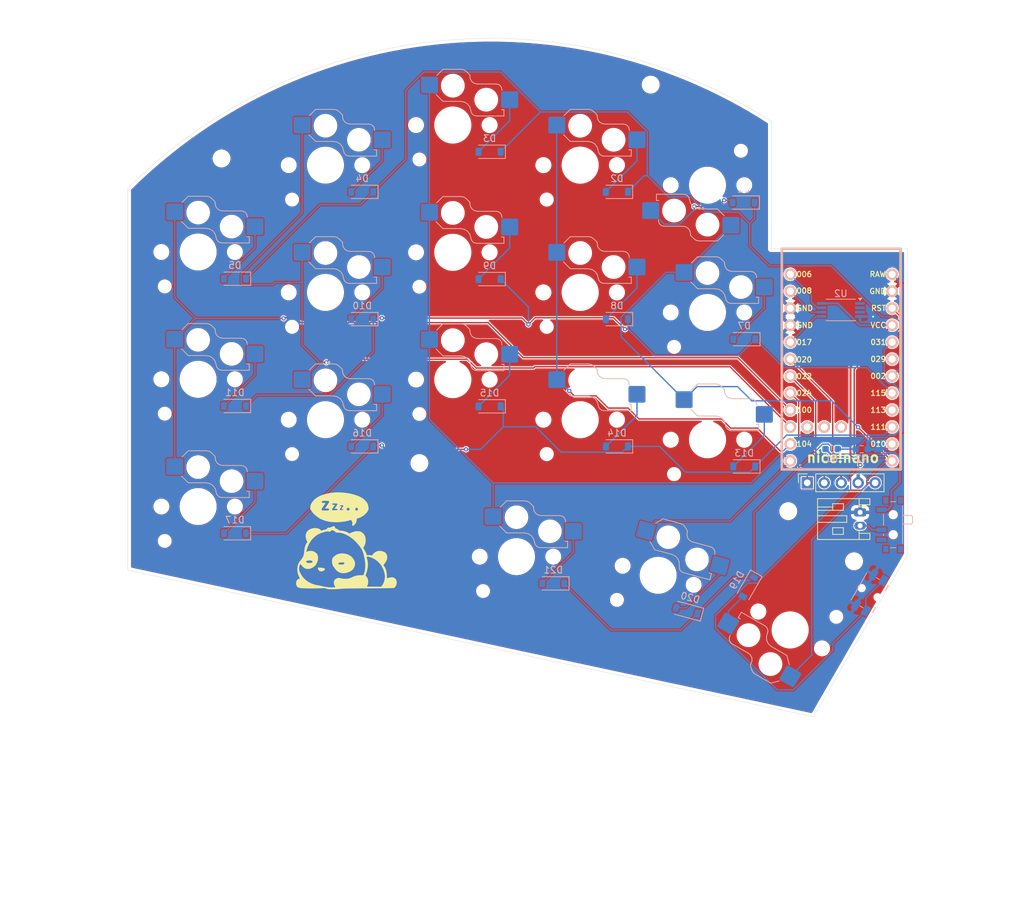
<source format=kicad_pcb>
(kicad_pcb (version 20240108) (generator "pcbnew") (generator_version "8.0")
  (layers (0 "F.Cu" signal) (31 "B.Cu" signal) (34 "B.Paste" user) (35 "F.Paste" user) (36 "B.SilkS" user "B.Silkscreen") (37 "F.SilkS" user "F.Silkscreen") (38 "B.Mask" user) (39 "F.Mask" user) (44 "Edge.Cuts" user))
  (net 0 "")
  (net 1 "Net-(D1-A)")
  (net 2 "/ROW0")
  (net 3 "Net-(D2-A)")
  (net 4 "Net-(D3-A)")
  (net 5 "Net-(D4-A)")
  (net 6 "Net-(D5-A)")
  (net 7 "Net-(D7-A)")
  (net 8 "/ROW1")
  (net 9 "Net-(D8-A)")
  (net 10 "Net-(D9-A)")
  (net 11 "Net-(D10-A)")
  (net 12 "Net-(D11-A)")
  (net 13 "/ROW2")
  (net 14 "Net-(D13-A)")
  (net 15 "Net-(D14-A)")
  (net 16 "Net-(D15-A)")
  (net 17 "Net-(D16-A)")
  (net 18 "Net-(D17-A)")
  (net 19 "/ROW3")
  (net 20 "Net-(D19-A)")
  (net 21 "Net-(D20-A)")
  (net 22 "Net-(D21-A)")
  (net 23 "GND")
  (net 24 "+BATT")
  (net 25 "/SCK")
  (net 26 "/CS")
  (net 27 "/MOSI")
  (net 28 "+3.3V")
  (net 29 "/BAT_SENSE")
  (net 30 "/BAT")
  (net 31 "/COL0")
  (net 32 "/COL1")
  (net 33 "/COL2")
  (net 34 "/COL3")
  (net 35 "/COL4")
  (net 37 "/RST")
  (net 39 "/SCL")
  (net 41 "/SDA")
  (net 45 "/WC")
  (footprint "pictures:panda" (layer "F.Cu") (at 190.36 153.19)
    (property "Reference" "G***" (hide yes))
    (property "Value" "LOGO" (hide yes))
  )
  (footprint "PCM_Switch_Keyboard_Hotswap_Kailh:SW_Hotswap_Kailh_Choc_V1V2_1.1" (layer "F.Cu") (at 168.31 129.14)
    (property "Reference" "SW11" (hide yes))
    (property "Value" "SW_Push")
  )
  (footprint "PCM_Switch_Keyboard_Hotswap_Kailh:SW_Hotswap_Kailh_Choc_V1V2_1.1" (layer "F.Cu") (at 187.36 135.19)
    (property "Reference" "SW16" (hide yes))
    (property "Value" "SW_Push")
  )
  (footprint "PCM_Switch_Keyboard_Hotswap_Kailh:SW_Hotswap_Kailh_Choc_V1V2_1.1" (layer "F.Cu") (at 206.41 110.14)
    (property "Reference" "SW9" (hide yes))
    (property "Value" "SW_Push")
  )
  (footprint "Connector_JST:JST_PH_S2B-PH-K_1x02_P2.00mm_Horizontal" (layer "F.Cu") (at 267.3389 149.0606 -90)
    (property "Reference" "J1" (hide yes))
    (property "Value" "Conn_01x02")
  )
  (footprint "Connector_PinSocket_2.54mm:PinSocket_1x05_P2.54mm_Vertical" (layer "F.Cu") (at 259.43 144.635 90)
    (property "Reference" "J2" (hide yes))
    (property "Value" "Conn_01x05")
  )
  (footprint "PCM_Switch_Keyboard_Hotswap_Kailh:SW_Hotswap_Kailh_Choc_V1V2_1.1" (layer "F.Cu") (at 225.46 116.14)
    (property "Reference" "SW8" (hide yes))
    (property "Value" "SW_Push")
  )
  (footprint "PCM_Switch_Keyboard_Hotswap_Kailh:SW_Hotswap_Kailh_Choc_V1V2_1.1" (layer "F.Cu") (at 187.36 116.14)
    (property "Reference" "SW10" (hide yes))
    (property "Value" "SW_Push")
  )
  (footprint "PCM_Switch_Keyboard_Hotswap_Kailh:SW_Hotswap_Kailh_Choc_V1V2_1.1" (layer "F.Cu") (at 256.8725 166.6592 150)
    (property "Reference" "SW19" (hide yes))
    (property "Value" "SW_Push")
  )
  (footprint "PCM_Switch_Keyboard_Hotswap_Kailh:SW_Hotswap_Kailh_Choc_V1V2_1.1" (layer "F.Cu") (at 244.51 138.19)
    (property "Reference" "SW13" (hide yes))
    (property "Value" "SW_Push")
  )
  (footprint "MountingHole:MountingHole_2.2mm_M2" (layer "F.Cu") (at 256.59 148.885)
    (property "Reference" "H2" (hide yes))
    (property "Value" "MountingHole")
  )
  (footprint "PCM_Switch_Keyboard_Hotswap_Kailh:SW_Hotswap_Kailh_Choc_V1V2_1.1" (layer "F.Cu") (at 244.51 119.14)
    (property "Reference" "SW7" (hide yes))
    (property "Value" "SW_Push")
  )
  (footprint "PCM_Switch_Keyboard_Hotswap_Kailh:SW_Hotswap_Kailh_Choc_V1V2_1.1" (layer "F.Cu") (at 206.41 91.09)
    (property "Reference" "SW3" (hide yes))
    (property "Value" "SW_Push")
  )
  (footprint "MountingHole:MountingHole_2.2mm_M2" (layer "F.Cu") (at 266.43 156.385)
    (property "Reference" "H1" (hide yes))
    (property "Value" "MountingHole")
  )
  (footprint "PCM_Switch_Keyboard_Hotswap_Kailh:SW_Hotswap_Kailh_Choc_V1V2_1.1" (layer "F.Cu") (at 225.46 135.19)
    (property "Reference" "SW14" (hide yes))
    (property "Value" "SW_Push")
  )
  (footprint "MountingHole:MountingHole_2.2mm_M2" (layer "F.Cu") (at 236.01 85.04)
    (property "Reference" "H3" (hide yes))
    (property "Value" "MountingHole")
  )
  (footprint "PCM_Switch_Keyboard_Hotswap_Kailh:SW_Hotswap_Kailh_Choc_V1V2_1.1" (layer "F.Cu") (at 206.41 129.19)
    (property "Reference" "SW15" (hide yes))
    (property "Value" "SW_Push")
  )
  (footprint "MountingHole:MountingHole_2.2mm_M2" (layer "F.Cu") (at 201.41 141.69)
    (property "Reference" "H5" (hide yes))
    (property "Value" "MountingHole")
  )
  (footprint "MountingHole:MountingHole_2.2mm_M2" (layer "F.Cu") (at 171.81 96.09)
    (property "Reference" "H4" (hide yes))
    (property "Value" "MountingHole")
  )
  (footprint "PCM_Switch_Keyboard_Hotswap_Kailh:SW_Hotswap_Kailh_Choc_V1V2_1.1" (layer "F.Cu") (at 237.1258 158.4798 -15)
    (property "Reference" "SW20" (hide yes))
    (property "Value" "SW_Push")
  )
  (footprint "PCM_Switch_Keyboard_Hotswap_Kailh:SW_Hotswap_Kailh_Choc_V1V2_1.1" (layer "F.Cu") (at 168.31 110.09)
    (property "Reference" "SW5" (hide yes))
    (property "Value" "SW_Push")
  )
  (footprint "PCM_Switch_Keyboard_Hotswap_Kailh:SW_Hotswap_Kailh_Choc_V1V2_1.1" (layer "F.Cu") (at 187.36 97.09)
    (property "Reference" "SW4" (hide yes))
    (property "Value" "SW_Push")
  )
  (footprint "PCM_Switch_Keyboard_Hotswap_Kailh:SW_Hotswap_Kailh_Choc_V1V2_1.1" (layer "F.Cu") (at 215.935 155.69)
    (property "Reference" "SW21" (hide yes))
    (property "Value" "SW_Push")
  )
  (footprint "controller:nice_nano" (layer "F.Cu") (at 264.51 127.395 -90)
    (property "Reference" "U1" (hide yes))
    (property "Value" "nice_nano" (hide yes))
  )
  (footprint "PCM_Switch_Keyboard_Hotswap_Kailh:SW_Hotswap_Kailh_Choc_V1V2_1.1" (layer "F.Cu") (at 244.51 100.09 180)
    (property "Reference" "SW1" (hide yes))
    (property "Value" "SW_Push")
  )
  (footprint "PCM_Switch_Keyboard_Hotswap_Kailh:SW_Hotswap_Kailh_Choc_V1V2_1.1" (layer "F.Cu") (at 225.46 97.09)
    (property "Reference" "SW2" (hide yes))
    (property "Value" "SW_Push")
  )
  (footprint "PCM_Switch_Keyboard_Hotswap_Kailh:SW_Hotswap_Kailh_Choc_V1V2_1.1" (layer "F.Cu") (at 168.31 148.19)
    (property "Reference" "SW17" (hide yes))
    (property "Value" "SW_Push")
  )
  (footprint "Diode_SMD:D_SOD-123" (layer "B.Cu") (at 241.4031 163.767 165)
    (property "Reference" "D20")
    (property "Value" "D_Small")
  )
  (footprint "Diode_SMD:D_SOD-123" (layer "B.Cu") (at 250.01 142.19 180)
    (property "Reference" "D13")
    (property "Value" "D_Small")
  )
  (footprint "Diode_SMD:D_SOD-123" (layer "B.Cu") (at 211.91 95.09 180)
    (property "Reference" "D3")
    (property "Value" "D_Small")
  )
  (footprint "Resistor_SMD:R_0603_1608Metric_Pad0.98x0.95mm_HandSolder" (layer "B.Cu") (at 267.5889 139.6106)
    (property "Reference" "R2")
    (property "Value" "100K")
  )
  (footprint "Diode_SMD:D_SOD-123" (layer "B.Cu") (at 192.86 101.09 180)
    (property "Reference" "D4")
    (property "Value" "D_Small")
  )
  (footprint "Button_Switch_SMD:Panasonic_EVQPUL_EVQPUC" (layer "B.Cu") (at 268.7703 161.0889 60)
    (property "Reference" "SW23" (hide yes))
    (property "Value" "SW_Push")
  )
  (footprint "Diode_SMD:D_SOD-123" (layer "B.Cu") (at 250.01 123.14 180)
    (property "Reference" "D7")
    (property "Value" "D_Small")
  )
  (footprint "Diode_SMD:D_SOD-123" (layer "B.Cu") (at 192.86 120.14 180)
    (property "Reference" "D10")
    (property "Value" "D_Small")
  )
  (footprint "Button_Switch_SMD:SW_SPDT_PCM12" (layer "B.Cu") (at 271.9639 150.9106 -90)
    (property "Reference" "SW22" (hide yes))
    (property "Value" "SW_SPDT")
  )
  (footprint "Diode_SMD:D_SOD-123" (layer "B.Cu") (at 221.435 159.69 180)
    (property "Reference" "D21")
    (property "Value" "D_Small")
  )
  (footprint "Diode_SMD:D_SOD-123" (layer "B.Cu") (at 173.81 133.14 180)
    (property "Reference" "D11")
    (property "Value" "D_Small")
  )
  (footprint "Diode_SMD:D_SOD-123" (layer "B.Cu") (at 173.81 152.19 180)
    (property "Reference" "D17")
    (property "Value" "D_Small")
  )
  (footprint "Diode_SMD:D_SOD-123" (layer "B.Cu") (at 192.86 139.19 180)
    (property "Reference" "D16")
    (property "Value" "D_Small")
  )
  (footprint "Diode_SMD:D_SOD-123" (layer "B.Cu") (at 230.96 101.09 180)
    (property "Reference" "D2")
    (property "Value" "D_Small")
  )
  (footprint "Diode_SMD:D_SOD-123" (layer "B.Cu") (at 249.908892 102.680562 180)
    (property "Reference" "D1")
    (property "Value" "D_Small")
  )
  (footprint "Package_SO:TSSOP-8_4.4x3mm_P0.65mm" (layer "B.Cu") (at 264.4489 118.7606 180)
    (property "Reference" "U2")
    (property "Value" "24LC256")
  )
  (footprint "Resistor_SMD:R_0603_1608Metric_Pad0.98x0.95mm_HandSolder" (layer "B.Cu") (at 263.0789 139.5906)
    (property "Reference" "R1")
    (property "Value" "1M")
  )
  (footprint "Diode_SMD:D_SOD-123" (layer "B.Cu") (at 230.96 120.14 180)
    (property "Reference" "D8")
    (property "Value" "D_Small")
  )
  (footprint "Diode_SMD:D_SOD-123" (layer "B.Cu") (at 250.6389 160.2206 -120)
    (property "Reference" "D19")
    (property "Value" "D_Small")
  )
  (footprint "Diode_SMD:D_SOD-123" (layer "B.Cu") (at 211.91 133.19 180)
    (property "Reference" "D15")
    (property "Value" "D_Small")
  )
  (footprint "Diode_SMD:D_SOD-123" (layer "B.Cu") (at 211.91 114.14 180)
    (property "Reference" "D9")
    (property "Value" "D_Small")
  )
  (footprint "Diode_SMD:D_SOD-123" (layer "B.Cu") (at 173.81 114.09 180)
    (property "Reference" "D5")
    (property "Value" "D_Small")
  )
  (footprint "Diode_SMD:D_SOD-123" (layer "B.Cu") (at 230.96 139.19 180)
    (property "Reference" "D14")
    (property "Value" "D_Small")
  )
  (gr_arc (start 157.785 100.565) (mid 204.144407 78.521274) (end 254.045 90.565) (stroke (width 0.05)) (layer "Edge.Cuts"))
  (gr_line (start 157.785 100.565) (end 157.785 157.715) (stroke (width 0.05)) (layer "Edge.Cuts"))
  (gr_line (start 274.41 109.615) (end 274.41 155.340562) (stroke (width 0.05)) (layer "Edge.Cuts"))
  (gr_line (start 254.045 109.615) (end 274.41 109.615) (stroke (width 0.05)) (layer "Edge.Cuts"))
  (gr_line (start 157.785 157.715) (end 260.358892 179.670562) (stroke (width 0.05)) (layer "Edge.Cuts"))
  (gr_line (start 254.045 109.615) (end 254.045 90.565) (stroke (width 0.05)) (layer "Edge.Cuts"))
  (gr_line (start 260.358892 179.670562) (end 274.41 155.343563) (stroke (width 0.05)) (layer "Edge.Cuts"))
  (segment (start 246.9875 102.3454) (end 246.0581 103.2748) (width 0.2) (layer "F.Cu") (net 1))
  (segment (start 246.0581 103.2748) (end 242.5481 103.2748) (width 0.2) (layer "F.Cu") (net 1))
  (via (at 246.9875 102.3454) (size 0.65) (drill 0.3) (layers "F.Cu" "B.Cu") (net 1))
  (via (at 242.5481 103.2748) (size 0.65) (drill 0.3) (layers "F.Cu" "B.Cu") (net 1))
  (segment (start 246.9875 102.3454) (end 247.92373 102.3454) (width 0.2) (layer "B.Cu") (net 1))
  (segment (start 242.5481 103.739) (end 242.5481 103.2748) (width 0.2) (layer "B.Cu") (net 1))
  (segment (start 236.01 103.89) (end 238.0506 105.9306) (width 0.2) (layer "B.Cu") (net 1))
  (segment (start 240.3565 105.9306) (end 242.5481 103.739) (width 0.2) (layer "B.Cu") (net 1))
  (segment (start 238.0506 105.9306) (end 240.3565 105.9306) (width 0.2) (layer "B.Cu") (net 1))
  (segment (start 247.92373 102.3454) (end 248.258892 102.680562) (width 0.2) (layer "B.Cu") (net 1))
  (segment (start 250.818892 105.820562) (end 250.818892 109.210562) (width 0.2) (layer "B.Cu") (net 2))
  (segment (start 241.9479 101.8264) (end 244.232062 104.110562) (width 0.2) (layer "B.Cu") (net 2))
  (segment (start 244.232062 104.110562) (end 244.868892 104.110562) (width 0.2) (layer "B.Cu") (net 2))
  (segment (start 235.5073 98.6815) (end 238.6522 101.8264) (width 0.2) (layer "B.Cu") (net 2))
  (segment (start 232.61 101.09) (end 235.0185 98.6815) (width 0.2) (layer "B.Cu") (net 2))
  (segment (start 273.2913 127.5037) (end 272.13 128.665) (width 0.2) (layer "B.Cu") (net 2))
  (segment (start 175.46 114.09) (end 186.5481 103.0019) (width 0.2) (layer "B.Cu") (net 2))
  (segment (start 251.558892 105.080562) (end 250.818892 105.820562) (width 0.2) (layer "B.Cu") (net 2))
  (segment (start 249.11333 104.115) (end 250.818892 105.820562) (width 0.2) (layer "B.Cu") (net 2))
  (segment (start 238.6522 101.8264) (end 241.9479 101.8264) (width 0.2) (layer "B.Cu") (net 2))
  (segment (start 262.988 112.1646) (end 270.5984 119.775) (width 0.2) (layer "B.Cu") (net 2))
  (segment (start 202.0779 83.1511) (end 213.5391 83.1511) (width 0.2) (layer "B.Cu") (net 2))
  (segment (start 232.5379 89.131) (end 219.519 89.131) (width 0.2) (layer "B.Cu") (net 2))
  (segment (start 186.5481 103.0019) (end 192.5981 103.0019) (width 0.2) (layer "B.Cu") (net 2))
  (segment (start 219.519 89.131) (end 213.56 95.09) (width 0.2) (layer "B.Cu") (net 2))
  (segment (start 244.87333 104.115) (end 249.11333 104.115) (width 0.2) (layer "B.Cu") (net 2))
  (segment (start 235.5073 98.6815) (end 235.5073 92.1004) (width 0.2) (layer "B.Cu") (net 2))
  (segment (start 253.77293 112.1646) (end 262.988 112.1646) (width 0.2) (layer "B.Cu") (net 2))
  (segment (start 250.818892 109.210562) (end 253.77293 112.1646) (width 0.2) (layer "B.Cu") (net 2))
  (segment (start 235.0185 98.6815) (end 235.5073 98.6815) (width 0.2) (layer "B.Cu") (net 2))
  (segment (start 272.5089 119.775) (end 273.2913 120.5574) (width 0.2) (layer "B.Cu") (net 2))
  (segment (start 235.5073 92.1004) (end 232.5379 89.131) (width 0.2) (layer "B.Cu") (net 2))
  (segment (start 270.5984 119.775) (end 272.5089 119.775) (width 0.2) (layer "B.Cu") (net 2))
  (segment (start 213.5391 83.1511) (end 219.519 89.131) (width 0.2) (layer "B.Cu") (net 2))
  (segment (start 194.51 101.09) (end 199.371 96.229) (width 0.2) (layer "B.Cu") (net 2))
  (segment (start 192.5981 103.0019) (end 194.51 101.09) (width 0.2) (layer "B.Cu") (net 2))
  (segment (start 199.371 85.858) (end 202.0779 83.1511) (width 0.2) (layer "B.Cu") (net 2))
  (segment (start 244.868892 104.110562) (end 244.87333 104.115) (width 0.2) (layer "B.Cu") (net 2))
  (segment (start 251.558892 102.680562) (end 251.558892 105.080562) (width 0.2) (layer "B.Cu") (net 2))
  (segment (start 273.2913 120.5574) (end 273.2913 127.5037) (width 0.2) (layer "B.Cu") (net 2))
  (segment (start 199.371 96.229) (end 199.371 85.858) (width 0.2) (layer "B.Cu") (net 2))
  (segment (start 233.96 96.44) (end 229.31 101.09) (width 0.2) (layer "B.Cu") (net 3))
  (segment (start 233.96 93.29) (end 233.96 96.44) (width 0.2) (layer "B.Cu") (net 3))
  (segment (start 214.91 90.44) (end 210.26 95.09) (width 0.2) (layer "B.Cu") (net 4))
  (segment (start 214.91 87.29) (end 214.91 90.44) (width 0.2) (layer "B.Cu") (net 4))
  (segment (start 195.86 96.44) (end 191.21 101.09) (width 0.2) (layer "B.Cu") (net 5))
  (segment (start 195.86 93.29) (end 195.86 96.44) (width 0.2) (layer "B.Cu") (net 5))
  (segment (start 176.81 109.44) (end 172.16 114.09) (width 0.2) (layer "B.Cu") (net 6))
  (segment (start 176.81 106.29) (end 176.81 109.44) (width 0.2) (layer "B.Cu") (net 6))
  (segment (start 253.01 118.49) (end 253.01 115.34) (width 0.2) (layer "B.Cu") (net 7))
  (segment (start 248.36 123.14) (end 253.01 118.49) (width 0.2) (layer "B.Cu") (net 7))
  (segment (start 216.7617 119.9778) (end 195.7942 119.9778) (width 0.2) (layer "F.Cu") (net 8))
  (segment (start 230.4595 119.9321) (end 218.7264 119.9321) (width 0.2) (layer "F.Cu") (net 8))
  (segment (start 232.1615 121.6341) (end 230.4595 119.9321) (width 0.2) (layer "F.Cu") (net 8))
  (segment (start 218.7264 119.9321) (end 217.7212 120.9373) (width 0.2) (layer "F.Cu") (net 8))
  (segment (start 217.7212 120.9373) (end 216.7617 119.9778) (width 0.2) (layer "F.Cu") (net 8))
  (via (at 217.7212 120.9373) (size 0.65) (drill 0.3) (layers "F.Cu" "B.Cu") (net 8))
  (via (at 195.7942 119.9778) (size 0.65) (drill 0.3) (layers "F.Cu" "B.Cu") (net 8))
  (via (at 232.1615 121.6341) (size 0.65) (drill 0.3) (layers "F.Cu" "B.Cu") (net 8))
  (segment (start 249.1939 125.6061) (end 236.582 125.6061) (width 0.2) (layer "B.Cu") (net 8))
  (segment (start 232.61 121.6341) (end 232.61 120.14) (width 0.2) (layer "B.Cu") (net 8))
  (segment (start 232.61 121.6341) (end 232.1615 121.6341) (width 0.2) (layer "B.Cu") (net 8))
  (segment (start 217.7212 118.3012) (end 217.7212 120.9373) (width 0.2) (layer "B.Cu") (net 8))
  (segment (start 213.56 114.14) (end 217.7212 118.3012) (width 0.2) (layer "B.Cu") (net 8))
  (segment (start 251.66 123.14) (end 255.915 127.395) (width 0.2) (layer "B.Cu") (net 8))
  (segment (start 175.46 133.14) (end 177.0993 131.5007) (width 0.2) (layer "B.Cu") (net 8))
  (segment (start 255.915 127.395) (end 268.32 127.395) (width 0.2) (layer "B.Cu") (net 8))
  (segment (start 194.51 125.0583) (end 194.51 120.14) (width 0.2) (layer "B.Cu") (net 8))
  (segment (start 195.7942 119.9778) (end 194.6722 119.9778) (width 0.2) (layer "B.Cu") (net 8))
  (segment (start 188.0676 131.5007) (end 194.51 125.0583) (width 0.2) (layer "B.Cu") (net 8))
  (segment (start 236.582 125.6061) (end 232.61 121.6341) (width 0.2) (layer "B.Cu") (net 8))
  (segment (start 251.66 123.14) (end 249.1939 125.6061) (width 0.2) (layer "B.Cu") (net 8))
  (segment (start 177.0993 131.5007) (end 188.0676 131.5007) (width 0.2) (layer "B.Cu") (net 8))
  (segment (start 268.32 127.395) (end 272.13 131.205) (width 0.2) (layer "B.Cu") (net 8))
  (segment (start 229.31 120.14) (end 233.96 115.49) (width 0.2) (layer "B.Cu") (net 9))
  (segment (start 233.96 115.49) (end 233.96 112.34) (width 0.2) (layer "B.Cu") (net 9))
  (segment (start 214.91 109.49) (end 214.91 106.34) (width 0.2) (layer "B.Cu") (net 10))
  (segment (start 210.26 114.14) (end 214.91 109.49) (width 0.2) (layer "B.Cu") (net 10))
  (segment (start 195.86 115.49) (end 195.86 112.34) (width 0.2) (layer "B.Cu") (net 11))
  (segment (start 191.21 120.14) (end 195.86 115.49) (width 0.2) (layer "B.Cu") (net 11))
  (segment (start 176.81 128.49) (end 176.81 125.34) (width 0.2) (layer "B.Cu") (net 12))
  (segment (start 172.16 133.14) (end 176.81 128.49) (width 0.2) (layer "B.Cu") (net 12))
  (segment (start 208.3808 139.6233) (end 196.3741 139.6233) (width 0.2) (layer "F.Cu") (net 13))
  (segment (start 196.3741 139.6233) (end 195.7942 139.0434) (width 0.2) (layer "F.Cu") (net 13))
  (via (at 195.7942 139.0434) (size 0.65) (drill 0.3) (layers "F.Cu" "B.Cu") (net 13))
  (via (at 208.3808 139.6233) (size 0.65) (drill 0.3) (layers "F.Cu" "B.Cu") (net 13))
  (segment (start 218.807 136.2503) (end 213.9546 136.2503) (width 0.2) (layer "B.Cu") (net 13))
  (segment (start 272.13 136.285) (end 270.9126 137.5024) (width 0.2) (layer "B.Cu") (net 13))
  (segment (start 213.56 133.19) (end 213.9546 133.5846) (width 0.2) (layer "B.Cu") (net 13))
  (segment (start 222.5996 140.0429) (end 218.807 136.2503) (width 0.2) (layer "B.Cu") (net 13))
  (segment (start 210.5816 139.6233) (end 208.3808 139.6233) (width 0.2) (layer "B.Cu") (net 13))
  (segment (start 232.61 139.19) (end 231.7571 140.0429) (width 0.2) (layer "B.Cu") (net 13))
  (segment (start 181.51 152.19) (end 175.46 152.19) (width 0.2) (layer "B.Cu") (net 13))
  (segment (start 251.66 142.19) (end 250.8025 143.0475) (width 0.2) (layer "B.Cu") (net 13))
  (segment (start 213.9546 136.2503) (end 210.5816 139.6233) (width 0.2) (layer "B.Cu") (net 13))
  (segment (start 237.3587 139.19) (end 232.61 139.19) (width 0.2) (layer "B.Cu") (net 13))
  (segment (start 241.2162 143.0475) (end 237.3587 139.19) (width 0.2) (layer "B.Cu") (net 13))
  (segment (start 231.7571 140.0429) (end 222.5996 140.0429) (width 0.2) (layer "B.Cu") (net 13))
  (segment (start 194.51 139.19) (end 181.51 152.19) (width 0.2) (layer "B.Cu") (net 13))
  (segment (start 195.7942 139.0434) (end 194.6566 139.0434) (width 0.2) (layer "B.Cu") (net 13))
  (segment (start 250.8025 143.0475) (end 241.2162 143.0475) (width 0.2) (layer "B.Cu") (net 13))
  (segment (start 256.3476 137.5024) (end 251.66 142.19) (width 0.2) (layer "B.Cu") (net 13))
  (segment (start 213.9546 133.5846) (end 213.9546 136.2503) (width 0.2) (layer "B.Cu") (net 13))
  (segment (start 270.9126 137.5024) (end 256.3476 137.5024) (width 0.2) (layer "B.Cu") (net 13))
  (segment (start 253.01 137.54) (end 253.01 134.39) (width 0.2) (layer "B.Cu") (net 14))
  (segment (start 248.36 142.19) (end 253.01 137.54) (width 0.2) (layer "B.Cu") (net 14))
  (segment (start 229.31 139.19) (end 233.96 134.54) (width 0.2) (layer "B.Cu") (net 15))
  (segment (start 233.96 134.54) (end 233.96 131.39) (width 0.2) (layer "B.Cu") (net 15))
  (segment (start 214.91 128.54) (end 214.91 125.39) (width 0.2) (layer "B.Cu") (net 16))
  (segment (start 210.26 133.19) (end 214.91 128.54) (width 0.2) (layer "B.Cu") (net 16))
  (segment (start 191.21 139.19) (end 195.86 134.54) (width 0.2) (layer "B.Cu") (net 17))
  (segment (start 195.86 134.54) (end 195.86 131.39) (width 0.2) (layer "B.Cu") (net 17))
  (segment (start 172.16 152.19) (end 176.81 147.54) (width 0.2) (layer "B.Cu") (net 18))
  (segment (start 176.81 147.54) (end 176.81 144.39) (width 0.2) (layer "B.Cu") (net 18))
  (segment (start 242.996878 164.19405) (end 248.39927 158.791658) (width 0.2) (layer "B.Cu") (net 19))
  (segment (start 230.065562 166.670562) (end 240.520366 166.670562) (width 0.2) (layer "B.Cu") (net 19))
  (segment (start 261.7215 138.8448) (end 262.6014 138.8448) (width 0.2) (layer "B.Cu") (net 19))
  (segment (start 263.5502 140.3448) (end 270.6102 140.3448) (width 0.2) (layer "B.Cu") (net 19))
  (segment (start 223.085 159.69) (end 230.065562 166.670562) (width 0.2) (layer "B.Cu") (net 19))
  (segment (start 248.39927 158.791658) (end 251.4639 158.791658) (width 0.2) (layer "B.Cu") (net 19))
  (segment (start 262.955 139.1984) (end 262.955 139.7496) (width 0.2) (layer "B.Cu") (net 19))
  (segment (start 251.4639 158.7917) (end 251.4639 149.1024) (width 0.2) (layer "B.Cu") (net 19))
  (segment (start 240.520366 166.670562) (end 242.996878 164.19405) (width 0.2) (layer "B.Cu") (net 19))
  (segment (start 262.955 139.7496) (end 263.5502 140.3448) (width 0.2) (layer "B.Cu") (net 19))
  (segment (start 251.4639 149.1024) (end 261.7215 138.8448) (width 0.2) (layer "B.Cu") (net 19))
  (segment (start 262.6014 138.8448) (end 262.955 139.1984) (width 0.2) (layer "B.Cu") (net 19))
  (segment (start 270.6102 140.3448) (end 272.13 138.825) (width 0.2) (layer "B.Cu") (net 19))
  (segment (start 247.6113 163.8521) (end 247.6113 165.7001) (width 0.2) (layer "B.Cu") (net 20))
  (segment (start 249.8139 161.6495) (end 247.6113 163.8521) (width 0.2) (layer "B.Cu") (net 20))
  (segment (start 241.283071 163.33995) (end 239.809322 163.33995) (width 0.2) (layer "B.Cu") (net 21))
  (segment (start 246.319682 158.303339) (end 241.283071 163.33995) (width 0.2) (layer "B.Cu") (net 21))
  (segment (start 246.319682 157.009244) (end 246.319682 158.303339) (width 0.2) (layer "B.Cu") (net 21))
  (segment (start 224.435 155.04) (end 219.785 159.69) (width 0.2) (layer "B.Cu") (net 22))
  (segment (start 224.435 151.89) (end 224.435 155.04) (width 0.2) (layer "B.Cu") (net 22))
  (via (at 270.188892 138.540562) (size 0.65) (drill 0.3) (layers "F.Cu" "B.Cu") (net 23))
  (via (at 269.288892 119.760562) (size 0.65) (drill 0.3) (layers "F.Cu" "B.Cu") (net 23))
  (segment (start 269.1156 151.6606) (end 268.5156 151.0606) (width 0.3) (layer "B.Cu") (net 24))
  (segment (start 267.3389 151.0606) (end 268.5156 151.0606) (width 0.3) (layer "B.Cu") (net 24))
  (segment (start 270.5339 151.6606) (end 269.1156 151.6606) (width 0.3) (layer "B.Cu") (net 24))
  (segment (start 260.7 142.2633) (end 261.97 143.5333) (width 0.2) (layer "F.Cu") (net 25))
  (segment (start 261.97 144.635) (end 261.97 143.5333) (width 0.2) (layer "F.Cu") (net 25))
  (segment (start 260.7 132.475) (end 260.7 142.2633) (width 0.2) (layer "F.Cu") (net 25))
  (segment (start 256.89 128.665) (end 260.7 132.475) (width 0.2) (layer "F.Cu") (net 25))
  (segment (start 267.609 145.7426) (end 268.4883 144.8633) (width 0.2) (layer "F.Cu") (net 26))
  (segment (start 268.4883 144.8633) (end 268.4883 144.635) (width 0.2) (layer "F.Cu") (net 26))
  (segment (start 263.24 144.9859) (end 263.9967 145.7426) (width 0.2) (layer "F.Cu") (net 26))
  (segment (start 269.59 144.635) (end 268.4883 144.635) (width 0.2) (layer "F.Cu") (net 26))
  (segment (start 256.89 126.125) (end 263.24 132.475) (width 0.2) (layer "F.Cu") (net 26))
  (segment (start 263.9967 145.7426) (end 267.609 145.7426) (width 0.2) (layer "F.Cu") (net 26))
  (segment (start 263.24 132.475) (end 263.24 144.9859) (width 0.2) (layer "F.Cu") (net 26))
  (segment (start 259.43 144.635) (end 259.43 143.5333) (width 0.2) (layer "F.Cu") (net 27))
  (segment (start 256.89 131.205) (end 258.16 132.475) (width 0.2) (layer "F.Cu") (net 27))
  (segment (start 258.16 142.2633) (end 259.43 143.5333) (width 0.2) (layer "F.Cu") (net 27))
  (segment (start 258.16 132.475) (end 258.16 142.2633) (width 0.2) (layer "F.Cu") (net 27))
  (segment (start 265.8998 127.2752) (end 265.8998 142.0935) (width 0.3) (layer "F.Cu") (net 28))
  (segment (start 265.8998 142.0935) (end 264.51 143.4833) (width 0.3) (layer "F.Cu") (net 28))
  (segment (start 272.13 121.045) (end 265.8998 127.2752) (width 0.3) (layer "F.Cu") (net 28))
  (segment (start 264.51 144.635) (end 264.51 143.4833) (width 0.3) (layer "F.Cu") (net 28))
  (segment (start 272.13 121.045) (end 267.2697 121.045) (width 0.3) (layer "B.Cu") (net 28))
  (segment (start 267.2697 121.045) (end 264.0103 117.7856) (width 0.3) (layer "B.Cu") (net 28))
  (segment (start 264.0103 117.7856) (end 261.5864 117.7856) (width 0.3) (layer "B.Cu") (net 28))
  (segment (start 270.9473 124.7677) (end 272.13 123.585) (width 0.2) (layer "B.Cu") (net 29))
  (segment (start 273.292 130.7272) (end 272.3578 129.793) (width 0.2) (layer "B.Cu") (net 29))
  (segment (start 268.4133 137.8737) (end 271.2096 137.8737) (width 0.2) (layer "B.Cu") (net 29))
  (segment (start 271.2096 137.8737) (end 271.5811 137.5022) (width 0.2) (layer "B.Cu") (net 29))
  (segment (start 271.6399 129.793) (end 270.9473 129.1004) (width 0.2) (layer "B.Cu") (net 29))
  (segment (start 272.5235 137.5022) (end 273.292 136.7337) (width 0.2) (layer "B.Cu") (net 29))
  (segment (start 273.292 136.7337) (end 273.292 130.7272) (width 0.2) (layer "B.Cu") (net 29))
  (segment (start 270.9473 129.1004) (end 270.9473 124.7677) (width 0.2) (layer "B.Cu") (net 29))
  (segment (start 266.6764 139.6106) (end 268.4133 137.8737) (width 0.2) (layer "B.Cu") (net 29))
  (segment (start 272.3578 129.793) (end 271.6399 129.793) (width 0.2) (layer "B.Cu") (net 29))
  (segment (start 263.9914 139.5906) (end 266.6564 139.5906) (width 0.2) (layer "B.Cu") (net 29))
  (segment (start 271.5811 137.5022) (end 272.5235 137.5022) (width 0.2) (layer "B.Cu") (net 29))
  (segment (start 273.3063 144.563154) (end 273.3063 140.87776) (width 0.3) (layer "B.Cu") (net 30))
  (segment (start 271.4839 148.6606) (end 270.5339 148.6606) (width 0.3) (layer "B.Cu") (net 30))
  (segment (start 270.775886 140.7448) (end 263.3206 140.7448) (width 0.3) (layer "B.Cu") (net 30))
  (segment (start 272.028892 145.840562) (end 272.028892 148.115608) (width 0.3) (layer "B.Cu") (net 30))
  (segment (start 273.318892 140.865168) (end 273.318892 137.272494) (width 0.3) (layer "B.Cu") (net 30))
  (segment (start 272.028892 145.840562) (end 273.3063 144.563154) (width 0.3) (layer "B.Cu") (net 30))
  (segment (start 272.534718 140.106178) (end 271.414508 140.106178) (width 0.3) (layer "B.Cu") (net 30))
  (segment (start 271.414508 140.106178) (end 270.775886 140.7448) (width 0.3) (layer "B.Cu") (net 30))
  (segment (start 263.3206 140.7448) (end 262.1664 139.5906) (width 0.3) (layer "B.Cu") (net 30))
  (segment (start 273.318892 137.272494) (end 273.692 136.899386) (width 0.3) (layer "B.Cu") (net 30))
  (segment (start 273.3063 140.87776) (end 273.318892 140.865168) (width 0.3) (layer "B.Cu") (net 30))
  (segment (start 272.028892 148.115608) (end 271.4839 148.6606) (width 0.3) (layer "B.Cu") (net 30))
  (segment (start 273.692 114.987) (end 272.13 113.425) (width 0.3) (layer "B.Cu") (net 30))
  (segment (start 273.3063 140.87776) (end 272.534718 140.106178) (width 0.3) (layer "B.Cu") (net 30))
  (segment (start 273.692 136.899386) (end 273.692 114.987) (width 0.3) (layer "B.Cu") (net 30))
  (segment (start 272.0755 141.365) (end 267.0358 136.3253) (width 0.2) (layer "F.Cu") (net 31))
  (via (at 267.0358 136.3253) (size 0.65) (drill 0.3) (layers "F.Cu" "B.Cu") (net 31))
  (segment (start 272.13 141.365) (end 271.2292 141.365) (width 0.2) (layer "B.Cu") (net 31))
  (segment (start 238.2875 113.14) (end 231.5848 119.8427) (width 0.2) (layer "B.Cu") (net 31))
  (segment (start 249.0056 130.2395) (end 242.9605 130.2395) (width 0.2) (layer "B.Cu") (net 31))
  (segment (start 267.0358 136.3253) (end 263.0753 132.3648) (width 0.2) (layer "B.Cu") (net 31))
  (segment (start 231.5848 122.7648) (end 241.01 132.19) (width 0.2) (layer "B.Cu") (net 31))
  (segment (start 251.1309 132.3648) (end 249.0056 130.2395) (width 0.2) (layer "B.Cu") (net 31))
  (segment (start 260.0988 153.1786) (end 260.0988 170.4102) (width 0.2) (layer "B.Cu") (net 31))
  (segment (start 248.01 106.09) (end 241.01 113.09) (width 0.2) (layer "B.Cu") (net 31))
  (segment (start 242.9605 130.2395) (end 241.01 132.19) (width 0.2) (layer "B.Cu") (net 31))
  (segment (start 271.2292 141.365) (end 268.32 144.2742) (width 0.2) (layer "B.Cu") (net 31))
  (segment (start 260.0988 170.4102) (end 256.9036 173.6054) (width 0.2) (layer "B.Cu") (net 31))
  (segment (start 231.5848 119.8427) (end 231.5848 122.7648) (width 0.2) (layer "B.Cu") (net 31))
  (segment (start 268.32 144.9574) (end 260.0988 153.1786) (width 0.2) (layer "B.Cu") (net 31))
  (segment (start 268.32 144.2742) (end 268.32 144.9574) (width 0.2) (layer "B.Cu") (net 31))
  (segment (start 241.01 113.14) (end 238.2875 113.14) (width 0.2) (layer "B.Cu") (net 31))
  (segment (start 263.0753 132.3648) (end 251.1309 132.3648) (width 0.2) (layer "B.Cu") (net 31))
  (segment (start 246.6137 135.0802) (end 247.9871 136.4536) (width 0.2) (layer "F.Cu") (net 32))
  (segment (start 251.9786 136.4536) (end 256.89 141.365) (width 0.2) (layer "F.Cu") (net 32))
  (segment (start 227.8199 131.6161) (end 229.6574 133.4536) (width 0.2) (layer "F.Cu") (net 32))
  (segment (start 234.2581 135.0802) (end 246.6137 135.0802) (width 0.2) (layer "F.Cu") (net 32))
  (segment (start 247.9871 136.4536) (end 251.9786 136.4536) (width 0.2) (layer "F.Cu") (net 32))
  (segment (start 229.6574 133.4536) (end 232.6315 133.4536) (width 0.2) (layer "F.Cu") (net 32))
  (segment (start 223.8289 130.879) (end 224.566 131.6161) (width 0.2) (layer "F.Cu") (net 32))
  (segment (start 232.6315 133.4536) (end 234.2581 135.0802) (width 0.2) (layer "F.Cu") (net 32))
  (segment (start 224.566 131.6161) (end 227.8199 131.6161) (width 0.2) (layer "F.Cu") (net 32))
  (via (at 223.8289 130.879) (size 0.65) (drill 0.3) (layers "F.Cu" "B.Cu") (net 32))
  (segment (start 247.8953 150.3597) (end 236.7167 150.3597) (width 0.2) (layer "B.Cu") (net 32))
  (segment (start 236.7167 150.3597) (end 235.298 151.7784) (width 0.2) (layer "B.Cu") (net 32))
  (segment (start 221.96 110.14) (end 221.96 129.19) (width 0.2) (layer "B.Cu") (net 32))
  (segment (start 256.89 141.365) (end 247.8953 150.3597) (width 0.2) (layer "B.Cu") (net 32))
  (segment (start 222.1399 129.19) (end 223.8289 130.879) (width 0.2) (layer "B.Cu") (net 32))
  (segment (start 221.96 91.09) (end 221.96 110.14) (width 0.2) (layer "B.Cu") (net 32))
  (segment (start 202.91 135.1354) (end 202.91 123.19) (width 0.2) (layer "B.Cu") (net 33))
  (segment (start 202.91 123.19) (end 202.91 104.14) (width 0.2) (layer "B.Cu") (net 33))
  (segment (start 202.91 104.14) (end 202.91 85.09) (width 0.2) (layer "B.Cu") (net 33))
  (segment (start 212.435 144.6604) (end 202.91 135.1354) (width 0.2) (layer "B.Cu") (net 33))
  (segment (start 251.0546 144.6604) (end 256.89 138.825) (width 0.2) (layer "B.Cu") (net 33))
  (segment (start 212.435 149.69) (end 212.435 144.6604) (width 0.2) (layer "B.Cu") (net 33))
  (segment (start 212.435 144.6604) (end 251.0546 144.6604) (width 0.2) (layer "B.Cu") (net 33))
  (segment (start 256.89 136.285) (end 247.8683 127.2633) (width 0.2) (layer "F.Cu") (net 34))
  (segment (start 218.687 127.2633) (end 218.4967 127.4536) (width 0.2) (layer "F.Cu") (net 34))
  (segment (start 247.8683 127.2633) (end 218.687 127.2633) (width 0.2) (layer "F.Cu") (net 34))
  (segment (start 209.8871 127.4536) (end 208.573 126.1395) (width 0.2) (layer "F.Cu") (net 34))
  (segment (start 218.4967 127.4536) (end 209.8871 127.4536) (width 0.2) (layer "F.Cu") (net 34))
  (segment (start 208.573 126.1395) (end 187.9654 126.1395) (width 0.2) (layer "F.Cu") (net 34))
  (segment (start 187.9654 126.1395) (end 187.4936 126.6113) (width 0.2) (layer "F.Cu") (net 34))
  (via (at 187.4936 126.6113) (size 0.65) (drill 0.3) (layers "F.Cu" "B.Cu") (net 34))
  (segment (start 183.86 114.6511) (end 183.86 110.14) (width 0.2) (layer "B.Cu") (net 34))
  (segment (start 187.4936 126.6113) (end 186.4387 126.6113) (width 0.2) (layer "B.Cu") (net 34))
  (segment (start 186.4387 126.6113) (end 183.86 129.19) (width 0.2) (layer "B.Cu") (net 34))
  (segment (start 186.4387 126.6113) (end 183.86 124.0326) (width 0.2) (layer "B.Cu") (net 34))
  (segment (start 183.86 104.2664) (end 183.86 91.09) (width 0.2) (layer "B.Cu") (net 34))
  (segment (start 174.7524 113.374) (end 183.86 104.2664) (width 0.2) (layer "B.Cu") (net 34))
  (segment (start 183.86 114.6511) (end 179.8407 114.6511) (width 0.2) (layer "B.Cu") (net 34))
  (segment (start 175.001 114.9882) (end 174.7524 114.7396) (width 0.2) (layer "B.Cu") (net 34))
  (segment (start 174.7524 114.7396) (end 174.7524 113.374) (width 0.2) (layer "B.Cu") (net 34))
  (segment (start 179.8407 114.6511) (end 179.5036 114.9882) (width 0.2) (layer "B.Cu") (net 34))
  (segment (start 183.86 124.0326) (end 183.86 114.6511) (width 0.2) (layer "B.Cu") (net 34))
  (segment (start 179.5036 114.9882) (end 175.001 114.9882) (width 0.2) (layer "B.Cu") (net 34))
  (segment (start 249.059 125.914) (end 216.9402 125.914) (width 0.2) (layer "F.Cu") (net 35))
  (segment (start 256.89 133.745) (end 249.059 125.914) (width 0.2) (layer "F.Cu") (net 35))
  (segment (start 216.9402 125.914) (end 211.6987 120.6725) (width 0.2) (layer "F.Cu") (net 35))
  (segment (start 181.1785 119.9322) (end 181.0864 120.0243) (width 0.2) (layer "F.Cu") (net 35))
  (segment (start 211.6987 120.6725) (end 183.7029 120.6725) (width 0.2) (layer "F.Cu") (net 35))
  (segment (start 182.9626 119.9322) (end 181.1785 119.9322) (width 0.2) (layer "F.Cu") (net 35))
  (segment (start 183.7029 120.6725) (end 182.9626 119.9322) (width 0.2) (layer "F.Cu") (net 35))
  (via (at 181.0864 120.0243) (size 0.65) (drill 0.3) (layers "F.Cu" "B.Cu") (net 35))
  (segment (start 164.81 123.14) (end 164.81 142.19) (width 0.2) (layer "B.Cu") (net 35))
  (segment (start 167.9257 120.0243) (end 164.81 116.9086) (width 0.2) (layer "B.Cu") (net 35))
  (segment (start 181.0864 120.0243) (end 167.9257 120.0243) (width 0.2) (layer "B.Cu") (net 35))
  (segment (start 167.9257 120.0243) (end 164.81 123.14) (width 0.2) (layer "B.Cu") (net 35))
  (segment (start 164.81 116.9086) (end 164.81 104.09) (width 0.2) (layer "B.Cu") (net 35))
  (segment (start 267.368892 141.980562) (end 266.4608 141.07247) (width 0.2) (layer "F.Cu") (net 37))
  (segment (start 273.288892 121.480562) (end 273.288892 119.663892) (width 0.2) (layer "F.Cu") (net 37))
  (segment (start 266.4608 141.07247) (end 266.4608 127.661371) (width 0.2) (layer "F.Cu") (net 37))
  (segment (start 273.288892 119.663892) (end 272.13 118.505) (width 0.2) (layer "F.Cu") (net 37))
  (segment (start 271.941609 122.180562) (end 272.588892 122.180562) (width 0.2) (layer "F.Cu") (net 37))
  (segment (start 272.588892 122.180562) (end 273.288892 121.480562) (width 0.2) (layer "F.Cu") (net 37))
  (segment (start 266.4608 127.661371) (end 271.941609 122.180562) (width 0.2) (layer "F.Cu") (net 37))
  (via (at 267.368892 141.980562) (size 0.65) (drill 0.3) (layers "F.Cu" "B.Cu") (net 37))
  (segment (start 268.193922 161.865583) (end 270.818922 159.240583) (width 0.2) (layer "B.Cu") (net 37))
  (segment (start 254.938892 175.630562) (end 245.720891 166.412561) (width 0.2) (layer "B.Cu") (net 37))
  (segment (start 257.355531 175.630562) (end 254.938892 175.630562) (width 0.2) (layer "B.Cu") (net 37))
  (segment (start 268.193922 163.787217) (end 263.258892 168.722247) (width 0.2) (layer "B.Cu") (net 37))
  (segment (start 263.258892 168.722247) (end 263.258892 169.727201) (width 0.2) (layer "B.Cu") (net 37))
  (segment (start 251.887995 159.651459) (end 265.918892 145.620562) (width 0.2) (layer "B.Cu") (net 37))
  (segment (start 245.720891 164.472725) (end 250.542157 159.651459) (width 0.2) (layer "B.Cu") (net 37))
  (segment (start 265.918892 145.620562) (end 265.918892 143.430562) (width 0.2) (layer "B.Cu") (net 37))
  (segment (start 245.720891 166.412561) (end 245.720891 164.472725) (width 0.2) (layer "B.Cu") (net 37))
  (segment (start 263.258892 169.727201) (end 257.355531 175.630562) (width 0.2) (layer "B.Cu") (net 37))
  (segment (start 265.918892 143.430562) (end 267.368892 141.980562) (width 0.2) (layer "B.Cu") (net 37))
  (segment (start 268.193922 163.787217) (end 268.193922 161.865583) (width 0.2) (layer "B.Cu") (net 37))
  (segment (start 250.542157 159.651459) (end 251.887995 159.651459) (width 0.2) (layer "B.Cu") (net 37))
  (segment (start 256.89 115.965) (end 260.0106 119.0856) (width 0.2) (layer "B.Cu") (net 39))
  (segment (start 260.0106 119.0856) (end 261.5864 119.0856) (width 0.2) (layer "B.Cu") (net 39))
  (segment (start 256.89 123.585) (end 260.7394 119.7356) (width 0.2) (layer "B.Cu") (net 41))
  (segment (start 260.7394 119.7356) (end 261.5864 119.7356) (width 0.2) (layer "B.Cu") (net 41))
  (segment (start 260.9204 118.4356) (end 261.5864 118.4356) (width 0.2) (layer "B.Cu") (net 45))
  (segment (start 260.0549 117.5701) (end 260.9204 118.4356) (width 0.2) (layer "B.Cu") (net 45))
  (segment (start 256.89 113.425) (end 260.0549 116.5899) (width 0.2) (layer "B.Cu") (net 45))
  (segment (start 260.0549 116.5899) (end 260.0549 117.5701) (width 0.2) (layer "B.Cu") (net 45))
  (zone (net 23) (net_name "GND") (layers "F&B.Cu") (connect_pads (clearance 0)) (min_thickness 0.25) (fill yes (thermal_gap 0.5) (thermal_bridge_width 0.5))
    (polygon (pts (xy 139.398892 77.460562) (xy 285.308892 72.370562) (xy 291.858892 207.850562) (xy 138.668892 193.290562) (xy 139.398892 77.480562)))
  )
)
</source>
